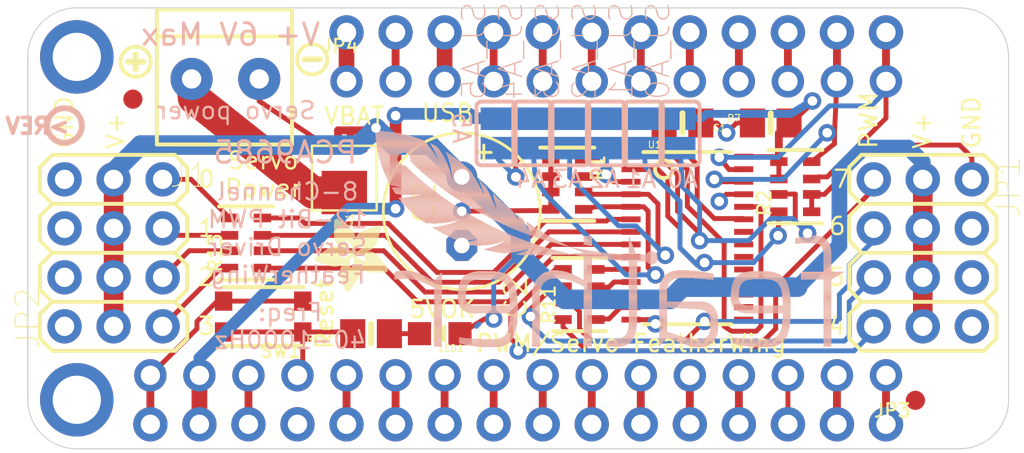
<source format=kicad_pcb>
(kicad_pcb (version 20211014) (generator pcbnew)
  (layers (0 "F.Cu" signal) (31 "B.Cu" signal) (34 "B.Paste" user) (35 "F.Paste" user) (36 "B.SilkS" user "B.Silkscreen") (37 "F.SilkS" user "F.Silkscreen") (38 "B.Mask" user) (39 "F.Mask" user) (44 "Edge.Cuts" user))
  (net 0 "")
  (net 1 "PWM0")
  (net 2 "PWM1")
  (net 3 "PWM2")
  (net 4 "PWM3")
  (net 5 "PWM4")
  (net 6 "PWM5")
  (net 7 "PWM6")
  (net 8 "PWM7")
  (net 9 "5.0V")
  (net 10 "GND")
  (net 11 "A0")
  (net 12 "A1")
  (net 13 "A2")
  (net 14 "A3")
  (net 15 "A4")
  (net 16 "A5")
  (net 17 "VCC")
  (net 18 "OE")
  (net 19 "SCL")
  (net 20 "SDA")
  (net 21 "PWRIN")
  (net 22 "N$1")
  (net 23 "N$2")
  (net 24 "N$3")
  (net 25 "N$4")
  (net 26 "N$5")
  (net 27 "N$6")
  (net 28 "N$7")
  (net 29 "N$8")
  (net 30 "N$9")
  (net 31 "N$10")
  (net 32 "N$11")
  (net 33 "N$12")
  (net 34 "N$13")
  (net 35 "N$14")
  (net 36 "N$15")
  (net 37 "N$16")
  (net 38 "N$17")
  (net 39 "N$18")
  (net 40 "N$19")
  (net 41 "N$20")
  (net 42 "N$21")
  (net 43 "N$22")
  (net 44 "VBAT")
  (net 45 "N$24")
  (net 46 "USB")
  (net 47 "N$25")
  (net 48 "N$26")
  (net 49 "N$27")
  (net 50 "N$28")
  (net 51 "N$29")
  (net 52 "N$30")
  (net 53 "N$31")
  (net 54 "N$32")
  (footprint "boardEagle:FEATHERWING" (layer "F.Cu") (at 123.1011 116.4336)
    (fp_text reference "MS1" hide)
    (fp_text value "FEATHERWING" hide)
    (fp_line (start 2.54 0) (end 48.26 0) (layer "Edge.Cuts") (width 0.05))
    (fp_line (start 50.8 -2.54) (end 50.8 -20.32) (layer "Edge.Cuts") (width 0.05))
    (fp_line (start 0 -20.32) (end 0 -2.54) (layer "Edge.Cuts") (width 0.05))
    (fp_line (start 48.26 -22.86) (end 2.54 -22.86) (layer "Edge.Cuts") (width 0.05))
    (fp_arc (start 2.54 0) (mid 0.743949 -0.743949) (end 0 -2.54) (layer "Edge.Cuts") (width 0.05))
    (fp_arc (start 50.8 -2.54) (mid 50.056051 -0.743949) (end 48.26 0) (layer "Edge.Cuts") (width 0.05))
    (fp_arc (start 48.26 -22.86) (mid 50.056051 -22.116051) (end 50.8 -20.32) (layer "Edge.Cuts") (width 0.05))
    (fp_arc (start 0 -20.32) (mid 0.743949 -22.116051) (end 2.54 -22.86) (layer "Edge.Cuts") (width 0.05))
  )
  (footprint "boardEagle:RESPACK_4X0603" (layer "F.Cu") (at 162.8521 102.8446 90)
    (fp_text reference "R2")
    (fp_text value "10K")
  )
  (footprint "boardEagle:TSSOP28" (layer "F.Cu") (at 157.2641 105.5116 -90)
    (fp_text reference "U1")
    (fp_text value "PCA9685")
  )
  (footprint "boardEagle:E3,5-8" (layer "F.Cu") (at 145.5801 104.1146 -90)
    (fp_text reference "C2")
    (fp_text value "")
  )
  (footprint "boardEagle:RESPACK_4X0603" (layer "F.Cu") (at 151.0411 102.7176 -90)
    (fp_text reference "R1")
    (fp_text value "10K")
  )
  (footprint "boardEagle:POWERDI3333" (layer "F.Cu") (at 139.4971 102.3986 -90)
    (fp_text reference "Q1")
    (fp_text value "AON7401")
  )
  (footprint "boardEagle:TERMBLOCK_1X2-3.5MM" (layer "F.Cu") (at 133.3881 97.2566 180)
    (fp_text reference "J1")
    (fp_text value "" hide)
  )
  (footprint "boardEagle:0805-NO" (layer "F.Cu") (at 140.8811 110.4646 180)
    (fp_text reference "R10")
    (fp_text value "470")
  )
  (footprint "boardEagle:0805-NO" (layer "F.Cu") (at 161.5821 99.5426 180)
    (fp_text reference "C1")
    (fp_text value "10uF")
  )
  (footprint "boardEagle:SYMBOL_PLUS" (layer "F.Cu") (at 128.6891 96.3676)
    (fp_text reference "U$11" hide)
    (fp_text value "" hide)
  )
  (footprint "boardEagle:FIDUCIAL_1MM" (layer "F.Cu") (at 128.5471 98.3046)
    (fp_text reference "FID1" hide)
    (fp_text value "FIDUCIAL\"\"" hide)
  )
  (footprint "boardEagle:RESPACK_4X0603" (layer "F.Cu") (at 134.4041 105.7656 90)
    (fp_text reference "R13")
    (fp_text value "220")
  )
  (footprint "boardEagle:3X04" (layer "F.Cu") (at 169.4561 106.2736 -90)
    (fp_text reference "JP1")
    (fp_text value "")
  )
  (footprint "boardEagle:CHIPLED_0805_NOOUTLINE" (layer "F.Cu") (at 144.4371 110.4646 90)
    (fp_text reference "LED1")
    (fp_text value "GREEN")
  )
  (footprint "boardEagle:ADAFRUIT_3.5MM" (layer "F.Cu") (at 141.7701 104.4956 180)
    (fp_text reference "U$14" hide)
    (fp_text value "" hide)
  )
  (footprint "boardEagle:SYMBOL_MINUS" (layer "F.Cu") (at 137.8331 96.2406)
    (fp_text reference "U$12" hide)
    (fp_text value "" hide)
  )
  (footprint "boardEagle:1X16_ROUND" (layer "F.Cu") (at 148.5011 112.6236 180)
    (fp_text reference "JP3")
    (fp_text value "")
  )
  (footprint "boardEagle:0805-NO" (layer "F.Cu") (at 157.0101 99.5426)
    (fp_text reference "R7")
    (fp_text value "10K")
  )
  (footprint "boardEagle:FIDUCIAL_1MM" (layer "F.Cu") (at 169.0741 113.9206)
    (fp_text reference "FID2" hide)
    (fp_text value "FIDUCIAL\"\"" hide)
  )
  (footprint "boardEagle:1X12_ROUND" (layer "F.Cu") (at 153.5811 97.3836)
    (fp_text reference "JP4")
    (fp_text value "")
  )
  (footprint "boardEagle:RESPACK_4X0603" (layer "F.Cu") (at 151.6761 108.4326 90)
    (fp_text reference "R11")
    (fp_text value "220")
  )
  (footprint "boardEagle:3X04" (layer "F.Cu") (at 127.5461 106.2736 90)
    (fp_text reference "JP2")
    (fp_text value "")
  )
  (footprint "boardEagle:BTN_KMR2_4.6X2.8" (layer "F.Cu") (at 135.2931 109.5756 180)
    (fp_text reference "SW1")
    (fp_text value "")
  )
  (footprint "boardEagle:SOLDERJUMPER_REFLOW_NOPASTE" (layer "B.Cu") (at 153.0731 100.0826 -90)
    (fp_text reference "SJ_A2")
    (fp_text value "")
  )
  (footprint "boardEagle:SOLDERJUMPER_REFLOW_NOPASTE" (layer "B.Cu") (at 149.2631 100.0826 -90)
    (fp_text reference "SJ_A4")
    (fp_text value "")
  )
  (footprint "boardEagle:SOLDERJUMPER_REFLOW_NOPASTE" (layer "B.Cu") (at 151.1681 100.0826 -90)
    (fp_text reference "SJ_A3")
    (fp_text value "")
  )
  (footprint "boardEagle:FEATHERLOGO" (layer "B.Cu") (at 165.3921 111.2266 180)
    (fp_text reference "U$15" hide)
    (fp_text value "" hide)
  )
  (footprint "boardEagle:SOLDERJUMPER_REFLOW_NOPASTE" (layer "B.Cu") (at 156.8831 100.0826 -90)
    (fp_text reference "SJ_A0")
    (fp_text value "")
  )
  (footprint "boardEagle:PCBFEAT-REV-040" (layer "B.Cu") (at 125.0061 99.6696 180)
    (fp_text reference "U$16" hide)
    (fp_text value "" hide)
  )
  (footprint "boardEagle:SOLDERJUMPER_REFLOW_NOPASTE" (layer "B.Cu") (at 154.9781 100.0826 -90)
    (fp_text reference "SJ_A1")
    (fp_text value "")
  )
  (footprint "boardEagle:SOLDERJUMPER_REFLOW_NOPASTE" (layer "B.Cu") (at 147.3581 100.0826 -90)
    (fp_text reference "SJ_A5")
    (fp_text value "")
  )
  (gr_line (start 171.3611 116.4336) (end 125.6411 116.4336) (layer "Edge.Cuts") (width 0.05))
  (gr_arc (start 123.1011 96.1136) (mid 123.845049 94.317549) (end 125.6411 93.5736) (layer "Edge.Cuts") (width 0.05))
  (gr_line (start 123.1011 113.8936) (end 123.1011 96.1136) (layer "Edge.Cuts") (width 0.05))
  (gr_arc (start 171.3611 93.5736) (mid 173.157151 94.317549) (end 173.9011 96.1136) (layer "Edge.Cuts") (width 0.05))
  (gr_line (start 125.6411 93.5736) (end 171.3611 93.5736) (layer "Edge.Cuts") (width 0.05))
  (gr_arc (start 125.6411 116.4336) (mid 123.845049 115.689651) (end 123.1011 113.8936) (layer "Edge.Cuts") (width 0.05))
  (gr_line (start 173.9011 96.1136) (end 173.9011 113.8936) (layer "Edge.Cuts") (width 0.05))
  (gr_arc (start 173.9011 113.8936) (mid 173.157151 115.689651) (end 171.3611 116.4336) (layer "Edge.Cuts") (width 0.05))
  (gr_text "A3" (at 151.9301 102.9716) (layer "B.SilkS") (effects (font (size 0.89408 0.89408) (thickness 0.12192)) (justify left bottom mirror)))
  (gr_text "A2" (at 153.8351 102.9716) (layer "B.SilkS") (effects (font (size 0.89408 0.89408) (thickness 0.12192)) (justify left bottom mirror)))
  (gr_text "Freq:\n40-1000Hz" (at 136.6901 110.0836) (layer "B.SilkS") (effects (font (size 0.89408 0.89408) (thickness 0.12192)) (justify mirror)))
  (gr_text "A0" (at 157.8991 102.9716) (layer "B.SilkS") (effects (font (size 0.89408 0.89408) (thickness 0.12192)) (justify left bottom mirror)))
  (gr_text "A1" (at 155.7401 102.9716) (layer "B.SilkS") (effects (font (size 0.89408 0.89408) (thickness 0.12192)) (justify left bottom mirror)))
  (gr_text "A4" (at 150.0251 102.9716) (layer "B.SilkS") (effects (font (size 0.89408 0.89408) (thickness 0.12192)) (justify left bottom mirror)))
  (gr_text "Servo power" (at 138.0871 99.4156) (layer "B.SilkS") (effects (font (size 0.89408 0.89408) (thickness 0.12192)) (justify left bottom mirror)))
  (gr_text "A5" (at 146.0881 98.9076 -90) (layer "B.SilkS") (effects (font (size 0.89408 0.89408) (thickness 0.12192)) (justify right top mirror)))
  (gr_text "PCA9685" (at 136.4361 101.0666) (layer "B.SilkS") (effects (font (size 1.1176 1.1176) (thickness 0.1524)) (justify mirror)))
  (gr_text "V+ 6V Max" (at 138.3411 95.6056) (layer "B.SilkS") (effects (font (size 1.1176 1.1176) (thickness 0.1524)) (justify left bottom mirror)))
  (gr_text "8-Channel\n12-Bit PWM\nServo Driver\nFeatherWing" (at 136.5631 105.2576) (layer "B.SilkS") (effects (font (size 0.89408 0.89408) (thickness 0.12192)) (justify mirror)))
  (gr_text "5VOK" (at 144.5641 109.1946) (layer "F.SilkS") (effects (font (size 0.88392 0.88392) (thickness 0.13208))))
  (gr_text "3" (at 131.8481 110.5916) (layer "F.SilkS") (effects (font (size 0.89408 0.89408) (thickness 0.12192)) (justify left bottom)))
  (gr_text "PWM/Servo FeatherWing" (at 146.2151 111.4806) (layer "F.SilkS") (effects (font (size 0.88392 0.88392) (thickness 0.13208)) (justify left bottom)))
  (gr_text "V+" (at 169.9641 100.9556 90) (layer "F.SilkS") (effects (font (size 0.89408 0.89408) (thickness 0.12192)) (justify left bottom)))
  (gr_text "5" (at 164.4871 108.0516) (layer "F.SilkS") (effects (font (size 0.89408 0.89408) (thickness 0.12192)) (justify left bottom)))
  (gr_text "Servo\nPower" (at 135.2931 102.2096) (layer "F.SilkS") (effects (font (size 0.89408 0.89408) (thickness 0.12192))))
  (gr_text "6" (at 165.5351 104.3686) (layer "F.SilkS") (effects (font (size 0.89408 0.89408) (thickness 0.12192)) (justify right top)))
  (gr_text "V+" (at 128.1811 100.9556 90) (layer "F.SilkS") (effects (font (size 0.89408 0.89408) (thickness 0.12192)) (justify left bottom)))
  (gr_text "1" (at 131.8481 105.5116) (layer "F.SilkS") (effects (font (size 0.89408 0.89408) (thickness 0.12192)) (justify left bottom)))
  (gr_text "USB" (at 143.4211 99.5426) (layer "F.SilkS") (effects (font (size 0.89408 0.89408) (thickness 0.12192)) (justify left bottom)))
  (gr_text "GND" (at 172.5041 100.9556 90) (layer "F.SilkS") (effects (font (size 0.89408 0.89408) (thickness 0.12192)) (justify left bottom)))
  (gr_text "Reset" (at 138.4681 109.4486 90) (layer "F.SilkS") (effects (font (size 0.88392 0.88392) (thickness 0.13208))))
  (gr_text "4" (at 164.4871 110.5916) (layer "F.SilkS") (effects (font (size 0.89408 0.89408) (thickness 0.12192)) (justify left bottom)))
  (gr_text "GND" (at 125.5141 100.9556 90) (layer "F.SilkS") (effects (font (size 0.89408 0.89408) (thickness 0.12192)) (justify left bottom)))
  (gr_text "PWM" (at 167.1701 100.9556 90) (layer "F.SilkS") (effects (font (size 0.89408 0.89408) (thickness 0.12192)) (justify left bottom)))
  (gr_text "2" (at 131.8481 108.0516) (layer "F.SilkS") (effects (font (size 0.89408 0.89408) (thickness 0.12192)) (justify left bottom)))
  (gr_text "7" (at 164.7411 102.9716) (layer "F.SilkS") (effects (font (size 0.89408 0.89408) (thickness 0.12192)) (justify left bottom)))
  (gr_text "0" (at 131.8481 102.9716) (layer "F.SilkS") (effects (font (size 0.89408 0.89408) (thickness 0.12192)) (justify left bottom)))
  (gr_text "C2" (at 144.3101 104.8766 90) (layer "F.SilkS") (effects (font (size 1.1176 1.1176) (thickness 0.1524)) (justify left bottom)))
  (gr_text "VBAT" (at 141.6431 98.6536) (layer "F.SilkS") (effects (font (size 0.89408 0.89408) (thickness 0.12192)) (justify right top)))
  (segment (start 135.2541 104.4656) (end 137.1681 104.4656) (width 0.254) (layer "F.Cu") (net 1))
  (segment (start 154.3463 104.5366) (end 153.1591 104.5366) (width 0.254) (layer "F.Cu") (net 1))
  (segment (start 137.4521 104.7496) (end 141.7701 104.7496) (width 0.254) (layer "F.Cu") (net 1))
  (segment (start 137.1681 104.4656) (end 137.4521 104.7496) (width 0.254) (layer "F.Cu") (net 1))
  (segment (start 153.0731 104.6226) (end 149.8981 104.6226) (width 0.254) (layer "F.Cu") (net 1))
  (segment (start 141.7701 104.7496) (end 144.3101 107.2896) (width 0.254) (layer "F.Cu") (net 1))
  (segment (start 149.8981 104.6226) (end 147.2311 107.2896) (width 0.254) (layer "F.Cu") (net 1))
  (segment (start 153.1591 104.5366) (end 153.0731 104.6226) (width 0.254) (layer "F.Cu") (net 1))
  (segment (start 144.3101 107.2896) (end 147.2311 107.2896) (width 0.254) (layer "F.Cu") (net 1))
  (segment (start 154.3463 105.1866) (end 150.0961 105.1866) (width 0.254) (layer "F.Cu") (net 2))
  (segment (start 150.0961 105.1866) (end 147.4851 107.7976) (width 0.254) (layer "F.Cu") (net 2))
  (segment (start 135.2541 105.3656) (end 141.6241 105.3656) (width 0.254) (layer "F.Cu") (net 2))
  (segment (start 141.6241 105.3656) (end 144.0561 107.7976) (width 0.254) (layer "F.Cu") (net 2))
  (segment (start 144.0561 107.7976) (end 147.4851 107.7976) (width 0.254) (layer "F.Cu") (net 2))
  (segment (start 141.5351 106.1656) (end 143.6751 108.3056) (width 0.254) (layer "F.Cu") (net 3))
  (segment (start 154.3463 105.8366) (end 150.2081 105.8366) (width 0.254) (layer "F.Cu") (net 3))
  (segment (start 143.6751 108.3056) (end 147.7391 108.3056) (width 0.254) (layer "F.Cu") (net 3))
  (segment (start 150.2081 105.8366) (end 147.7391 108.3056) (width 0.254) (layer "F.Cu") (net 3))
  (segment (start 135.2541 106.1656) (end 141.5351 106.1656) (width 0.254) (layer "F.Cu") (net 3))
  (segment (start 150.3201 106.4866) (end 147.9931 108.8136) (width 0.254) (layer "F.Cu") (net 4))
  (segment (start 141.5461 107.0656) (end 143.2941 108.8136) (width 0.254) (layer "F.Cu") (net 4))
  (segment (start 154.3463 106.4866) (end 150.3201 106.4866) (width 0.254) (layer "F.Cu") (net 4))
  (segment (start 135.2541 107.0656) (end 141.5461 107.0656) (width 0.254) (layer "F.Cu") (net 4))
  (segment (start 143.2941 108.8136) (end 147.9931 108.8136) (width 0.254) (layer "F.Cu") (net 4))
  (segment (start 154.3463 107.1366) (end 154.3423 107.1326) (width 0.254) (layer "F.Cu") (net 5))
  (segment (start 154.3423 107.1326) (end 152.5261 107.1326) (width 0.254) (layer "F.Cu") (net 5))
  (segment (start 154.3463 107.7866) (end 153.4651 107.7866) (width 0.254) (layer "F.Cu") (net 6))
  (segment (start 153.4651 107.7866) (end 153.2001 108.0516) (width 0.254) (layer "F.Cu") (net 6))
  (segment (start 152.5451 108.0516) (end 152.5261 108.0326) (width 0.254) (layer "F.Cu") (net 6))
  (segment (start 153.2001 108.0516) (end 152.5451 108.0516) (width 0.254) (layer "F.Cu") (net 6))
  (segment (start 154.3463 108.4366) (end 153.7041 108.4366) (width 0.254) (layer "F.Cu") (net 7))
  (segment (start 153.7041 108.4366) (end 153.3271 108.8136) (width 0.254) (layer "F.Cu") (net 7))
  (segment (start 152.5451 108.8136) (end 152.5261 108.8326) (width 0.254) (layer "F.Cu") (net 7))
  (segment (start 153.3271 108.8136) (end 152.5451 108.8136) (width 0.254) (layer "F.Cu") (net 7))
  (segment (start 154.3463 109.0866) (end 153.8161 109.0866) (width 0.254) (layer "F.Cu") (net 8))
  (segment (start 153.2001 109.7026) (end 152.5561 109.7026) (width 0.254) (layer "F.Cu") (net 8))
  (segment (start 152.5561 109.7026) (end 152.5261 109.7326) (width 0.254) (layer "F.Cu") (net 8))
  (segment (start 153.8161 109.0866) (end 153.2001 109.7026) (width 0.254) (layer "F.Cu") (net 8))
  (segment (start 139.1721 99.9236) (end 139.8221 99.9236) (width 0.4064) (layer "F.Cu") (net 9))
  (segment (start 169.4561 105.0036) (end 169.4561 107.5436) (width 1.016) (layer "F.Cu") (net 9))
  (segment (start 140.8811 99.9236) (end 141.1351 99.7966) (width 0.4064) (layer "F.Cu") (net 9))
  (segment (start 140.4721 99.9236) (end 140.4721 100.6986) (width 0.4064) (layer "F.Cu") (net 9))
  (segment (start 139.8221 99.9236) (end 140.4721 99.9236) (width 0.4064) (layer "F.Cu") (net 9))
  (segment (start 127.5461 107.5436) (end 127.5461 110.0836) (width 1.016) (layer "F.Cu") (net 9))
  (segment (start 169.4561 107.5436) (end 169.4561 110.0836) (width 1.016) (layer "F.Cu") (net 9))
  (segment (start 147.2311 109.7026) (end 146.7571 109.7026) (width 0.254) (layer "F.Cu") (net 9))
  (segment (start 146.7571 109.7026) (end 145.4871 110.4646) (width 0.254) (layer "F.Cu") (net 9))
  (segment (start 127.5461 102.4636) (end 127.5461 105.0036) (width 1.016) (layer "F.Cu") (net 9))
  (segment (start 169.4561 102.4636) (end 169.4561 105.0036) (width 1.016) (layer "F.Cu") (net 9))
  (segment (start 140.4721 99.9236) (end 140.8811 99.9236) (width 0.4064) (layer "F.Cu") (net 9))
  (segment (start 139.8221 100.6986) (end 139.8221 99.9236) (width 0.4064) (layer "F.Cu") (net 9))
  (segment (start 139.1721 100.6986) (end 139.1721 99.9236) (width 0.4064) (layer "F.Cu") (net 9))
  (segment (start 127.5461 105.0036) (end 127.5461 107.5436) (width 1.016) (layer "F.Cu") (net 9))
  (via (at 141.1351 99.7966) (size 0.9064) (drill 0.5) (layers "F.Cu" "B.Cu") (net 9))
  (via (at 147.2311 109.7026) (size 0.9064) (drill 0.5) (layers "F.Cu" "B.Cu") (net 9))
  (segment (start 145.5801 102.3366) (end 146.4691 103.0986) (width 1.016) (layer "B.Cu") (net 9))
  (segment (start 156.3751 108.6866) (end 157.0101 108.0516) (width 1.016) (layer "B.Cu") (net 9))
  (segment (start 165.1381 105.8926) (end 165.1381 102.0826) (width 0.8128) (layer "B.Cu") (net 9))
  (segment (start 145.8341 102.3366) (end 145.5801 102.3366) (width 0.254) (layer "B.Cu") (net 9))
  (segment (start 127.5461 102.4636) (end 127.5461 102.0826) (width 0.8128) (layer "B.Cu") (net 9))
  (segment (start 150.9141 108.6866) (end 156.3751 108.6866) (width 1.016) (layer "B.Cu") (net 9))
  (segment (start 128.9431 100.6856) (end 140.2461 100.6856) (width 1.016) (layer "B.Cu") (net 9))
  (segment (start 166.4081 100.8126) (end 168.6941 100.8126) (width 0.8128) (layer "B.Cu") (net 9))
  (segment (start 127.5461 102.0826) (end 128.9431 100.6856) (width 1.016) (layer "B.Cu") (net 9))
  (segment (start 165.1381 102.0826) (end 166.4081 100.8126) (width 0.8128) (layer "B.Cu") (net 9))
  (segment (start 168.6941 100.8126) (end 169.4561 101.5746) (width 0.8128) (layer "B.Cu") (net 9))
  (segment (start 148.6281 106.2736) (end 148.6281 106.4006) (width 1.016) (layer "B.Cu") (net 9))
  (segment (start 143.9291 100.6856) (end 145.5801 102.3366) (width 1.016) (layer "B.Cu") (net 9))
  (segment (start 148.6281 106.4006) (end 150.9141 108.6866) (width 1.016) (layer "B.Cu") (net 9))
  (segment (start 148.6281 105.2576) (end 148.6281 106.2736) (width 1.016) (layer "B.Cu") (net 9))
  (segment (start 147.2311 109.7026) (end 147.2311 107.6706) (width 0.254) (layer "B.Cu") (net 9))
  (segment (start 147.2311 107.6706) (end 148.6281 106.2736) (width 0.254) (layer "B.Cu") (net 9))
  (segment (start 142.0241 100.6856) (end 143.9291 100.6856) (width 1.016) (layer "B.Cu") (net 9))
  (segment (start 141.1351 99.7966) (end 142.0241 100.6856) (width 1.016) (layer "B.Cu") (net 9))
  (segment (start 146.4691 103.0986) (end 148.6281 105.2576) (width 1.016) (layer "B.Cu") (net 9))
  (segment (start 157.0101 108.0516) (end 162.9791 108.0516) (width 1.016) (layer "B.Cu") (net 9))
  (segment (start 162.9791 108.0516) (end 165.1381 105.8926) (width 0.8128) (layer "B.Cu") (net 9))
  (segment (start 169.4561 101.5746) (end 169.4561 102.4636) (width 0.8128) (layer "B.Cu") (net 9))
  (segment (start 140.2461 100.6856) (end 141.1351 99.7966) (width 1.016) (layer "B.Cu") (net 9))
  (segment (start 150.1911 104.0756) (end 150.1911 104.0176) (width 0.254) (layer "F.Cu") (net 10))
  (segment (start 158.7881 99.5426) (end 159.2961 100.0506) (width 0.254) (layer "F.Cu") (net 10))
  (segment (start 154.3463 109.7366) (end 155.4521 109.7366) (width 0.254) (layer "F.Cu") (net 10))
  (segment (start 163.7021 103.2446) (end 163.7021 104.1446) (width 0.254) (layer "F.Cu") (net 10))
  (segment (start 159.2961 100.0506) (end 159.8041 99.5426) (width 0.254) (layer "F.Cu") (net 10))
  (segment (start 133.2431 110.3756) (end 137.3431 110.3756) (width 0.254) (layer "F.Cu") (net 10))
  (segment (start 157.9601 99.5426) (end 158.7881 99.5426) (width 0.254) (layer "F.Cu") (net 10))
  (segment (start 150.1911 102.3176) (end 150.1911 103.1176) (width 0.254) (layer "F.Cu") (net 10))
  (segment (start 159.8041 99.5426) (end 160.6321 99.5426) (width 0.254) (layer "F.Cu") (net 10))
  (segment (start 160.1819 103.2366) (end 159.2851 103.2366) (width 0.254) (layer "F.Cu") (net 10))
  (segment (start 150.1911 101.4176) (end 150.1911 102.3176) (width 0.254) (layer "F.Cu") (net 10))
  (segment (start 159.2851 103.2366) (end 158.9151 103.6066) (width 0.254) (layer "F.Cu") (net 10))
  (segment (start 137.3431 112.3516) (end 137.0711 112.6236) (width 0.254) (layer "F.Cu") (net 10))
  (segment (start 150.1911 101.4176) (end 150.1911 103.1176) (width 0.254) (layer "F.Cu") (net 10))
  (segment (start 164.3571 103.2446) (end 166.9161 100.6856) (width 0.254) (layer "F.Cu") (net 10))
  (segment (start 155.4521 109.7366) (end 155.6131 109.9566) (width 0.254) (layer "F.Cu") (net 10))
  (segment (start 163.7021 103.2446) (end 164.3571 103.2446) (width 0.254) (layer "F.Cu") (net 10))
  (segment (start 140.0201 110.3756) (end 139.9311 110.4646) (width 0.254) (layer "F.Cu") (net 10))
  (segment (start 138.5221 100.6986) (end 135.0881 98.4076) (width 0.254) (layer "F.Cu") (net 10))
  (segment (start 150.1911 104.0756) (end 145.5801 104.1146) (width 0.254) (layer "F.Cu") (net 10))
  (segment (start 137.3431 110.3756) (end 137.3431 112.3516) (width 0.254) (layer "F.Cu") (net 10))
  (segment (start 171.9961 101.3206) (end 171.9961 102.4636) (width 0.254) (layer "F.Cu") (net 10))
  (segment (start 135.0881 98.4076) (end 135.0881 97.2566) (width 0.254) (layer "F.Cu") (net 10))
  (segment (start 166.9161 100.6856) (end 171.3611 100.6856) (width 0.254) (layer "F.Cu") (net 10))
  (segment (start 150.1911 103.1176) (end 150.1911 104.0176) (width 0.254) (layer "F.Cu") (net 10))
  (segment (start 171.3611 100.6856) (end 171.9961 101.3206) (width 0.254) (layer "F.Cu") (net 10))
  (segment (start 137.3431 110.3756) (end 140.0201 110.3756) (width 0.254) (layer "F.Cu") (net 10))
  (via (at 145.5801 104.1146) (size 0.9064) (drill 0.5) (layers "F.Cu" "B.Cu") (net 10))
  (via (at 159.2961 100.0506) (size 0.9064) (drill 0.5) (layers "F.Cu" "B.Cu") (net 10))
  (via (at 155.6131 109.9566) (size 0.9064) (drill 0.5) (layers "F.Cu" "B.Cu") (net 10))
  (via (at 158.9151 103.6066) (size 0.9064) (drill 0.5) (layers "F.Cu" "B.Cu") (net 10))
  (segment (start 158.9151 103.6066) (end 158.9151 103.3526) (width 0.254) (layer "B.Cu") (net 10))
  (segment (start 145.5801 104.1146) (end 145.7071 104.1146) (width 0.254) (layer "B.Cu") (net 10))
  (segment (start 146.3421 110.0836) (end 146.4691 109.9566) (width 0.254) (layer "B.Cu") (net 10))
  (segment (start 163.4871 105.2576) (end 162.8521 104.6226) (width 0.254) (layer "F.Cu") (net 11))
  (segment (start 157.8991 105.2576) (end 157.8991 105.6386) (width 0.254) (layer "F.Cu") (net 11))
  (segment (start 154.3463 101.2866) (end 155.8331 101.2866) (width 0.254) (layer "F.Cu") (net 11))
  (segment (start 156.7561 104.1146) (end 157.8991 105.2576) (width 0.254) (layer "F.Cu") (net 11))
  (segment (start 162.8521 103.2256) (end 162.3641 103.2256) (width 0.254) (layer "F.Cu") (net 11))
  (segment (start 155.8331 101.2866) (end 156.7561 102.2096) (width 0.254) (layer "F.Cu") (net 11))
  (segment (start 156.7561 102.2096) (end 156.7561 104.1146) (width 0.254) (layer "F.Cu") (net 11))
  (segment (start 162.8521 104.6226) (end 162.8521 103.2256) (width 0.254) (layer "F.Cu") (net 11))
  (segment (start 162.3641 103.2256) (end 162.0021 103.2446) (width 0.254) (layer "F.Cu") (net 11))
  (via (at 157.8991 105.6386) (size 0.9064) (drill 0.5) (layers "F.Cu" "B.Cu") (net 11))
  (via (at 163.4871 105.2576) (size 0.9064) (drill 0.5) (layers "F.Cu" "B.Cu") (net 11))
  (segment (start 162.7251 104.4956) (end 163.4871 105.2576) (width 0.254) (layer "B.Cu") (net 11))
  (segment (start 156.8831 100.8446) (end 157.0101 102.8446) (width 0.254) (layer "B.Cu") (net 11))
  (segment (start 161.5821 104.4956) (end 162.7251 104.4956) (width 0.254) (layer "B.Cu") (net 11))
  (segment (start 157.0101 102.8446) (end 157.8991 103.7336) (width 0.254) (layer "B.Cu") (net 11))
  (segment (start 157.8991 105.6386) (end 160.4391 105.6386) (width 0.254) (layer "B.Cu") (net 11))
  (segment (start 160.4391 105.6386) (end 161.5821 104.4956) (width 0.254) (layer "B.Cu") (net 11))
  (segment (start 157.8991 103.7336) (end 157.8991 105.6386) (width 0.254) (layer "B.Cu") (net 11))
  (segment (start 154.3653 101.9556) (end 154.3463 101.9366) (width 0.254) (layer "F.Cu") (net 12))
  (segment (start 157.6451 106.7816) (end 156.8831 106.0196) (width 0.254) (layer "F.Cu") (net 12))
  (segment (start 155.7401 101.9556) (end 154.3653 101.9556) (width 0.254) (layer "F.Cu") (net 12))
  (segment (start 156.8831 106.0196) (end 156.8831 105.0036) (width 0.254) (layer "F.Cu") (net 12))
  (segment (start 162.0021 104.1446) (end 162.0021 104.3296) (width 0.254) (layer "F.Cu") (net 12))
  (segment (start 156.2481 102.4636) (end 155.7401 101.9556) (width 0.254) (layer "F.Cu") (net 12))
  (segment (start 156.8831 105.0036) (end 156.2481 104.3686) (width 0.254) (layer "F.Cu") (net 12))
  (segment (start 158.1531 106.7816) (end 157.6451 106.7816) (width 0.254) (layer "F.Cu") (net 12))
  (segment (start 156.2481 104.3686) (end 156.2481 102.4636) (width 0.254) (layer "F.Cu") (net 12))
  (segment (start 162.0021 104.3296) (end 161.9631 105.3846) (width 0.254) (layer "F.Cu") (net 12))
  (via (at 158.1531 106.7816) (size 0.9064) (drill 0.5) (layers "F.Cu" "B.Cu") (net 12))
  (via (at 161.9631 105.3846) (size 0.9064) (drill 0.5) (layers "F.Cu" "B.Cu") (net 12))
  (segment (start 158.1531 106.7816) (end 157.7721 106.9086) (width 0.254) (layer "B.Cu") (net 12))
  (segment (start 160.6931 106.7816) (end 158.1531 106.7816) (width 0.254) (layer "B.Cu") (net 12))
  (segment (start 155.1051 101.8286) (end 154.9781 100.8446) (width 0.254) (layer "B.Cu") (net 12))
  (segment (start 156.8831 103.6066) (end 155.1051 101.8286) (width 0.254) (layer "B.Cu") (net 12))
  (segment (start 161.9631 105.3846) (end 160.6931 106.7816) (width 0.254) (layer "B.Cu") (net 12))
  (segment (start 157.7721 106.9086) (end 156.8831 106.0196) (width 0.254) (layer "B.Cu") (net 12))
  (segment (start 156.8831 106.0196) (end 156.8831 103.6066) (width 0.254) (layer "B.Cu") (net 12))
  (segment (start 153.2001 102.3366) (end 153.0731 102.2096) (width 0.254) (layer "F.Cu") (net 13))
  (segment (start 154.3463 102.5866) (end 153.4501 102.5866) (width 0.254) (layer "F.Cu") (net 13))
  (segment (start 153.2001 102.3366) (end 152.4181 102.3366) (width 0.254) (layer "F.Cu") (net 13))
  (segment (start 153.4501 102.5866) (end 153.2001 102.3366) (width 0.254) (layer "F.Cu") (net 13))
  (segment (start 152.4181 102.3366) (end 151.8911 102.3176) (width 0.254) (layer "F.Cu") (net 13))
  (via (at 153.0731 102.2096) (size 0.9064) (drill 0.5) (layers "F.Cu" "B.Cu") (net 13))
  (segment (start 153.0731 102.2096) (end 153.0731 100.8446) (width 0.254) (layer "B.Cu") (net 13))
  (segment (start 155.2431 103.2366) (end 155.7401 103.7336) (width 0.254) (layer "F.Cu") (net 14))
  (segment (start 152.3991 103.2366) (end 151.8911 103.1176) (width 0.254) (layer "F.Cu") (net 14))
  (segment (start 154.3463 103.2366) (end 155.2431 103.2366) (width 0.254) (layer "F.Cu") (net 14))
  (segment (start 154.3463 103.2366) (end 152.3991 103.2366) (width 0.254) (layer "F.Cu") (net 14))
  (segment (start 155.7401 106.0196) (end 156.1211 106.4006) (width 0.254) (layer "F.Cu") (net 14))
  (segment (start 155.7401 103.7336) (end 155.7401 106.0196) (width 0.254) (layer "F.Cu") (net 14))
  (via (at 156.1211 106.4006) (size 0.9064) (drill 0.5) (layers "F.Cu" "B.Cu") (net 14))
  (segment (start 151.1681 102.3366) (end 153.7081 104.8766) (width 0.254) (layer "B.Cu") (net 14))
  (segment (start 153.7081 104.8766) (end 154.5971 104.8766) (width 0.254) (layer "B.Cu") (net 14))
  (segment (start 154.5971 104.8766) (end 156.1211 106.4006) (width 0.254) (layer "B.Cu") (net 14))
  (segment (start 151.1681 100.8446) (end 151.1681 102.3366) (width 0.254) (layer "B.Cu") (net 14))
  (segment (start 154.3463 103.8866) (end 155.0041 103.8866) (width 0.254) (layer "F.Cu") (net 15))
  (segment (start 152.5301 103.8866) (end 154.3463 103.8866) (width 0.254) (layer "F.Cu") (net 15))
  (segment (start 151.8911 104.0176) (end 152.5301 103.8866) (width 0.254) (layer "F.Cu") (net 15))
  (segment (start 155.2321 104.1146) (end 155.2321 107.0356) (width 0.254) (layer "F.Cu") (net 15))
  (segment (start 155.0041 103.8866) (end 155.2321 104.1146) (width 0.254) (layer "F.Cu") (net 15))
  (segment (start 155.2321 107.0356) (end 155.6131 107.4166) (width 0.254) (layer "F.Cu") (net 15))
  (via (at 155.6131 107.4166) (size 0.9064) (drill 0.5) (layers "F.Cu" "B.Cu") (net 15))
  (segment (start 154.0891 107.4166) (end 155.6131 107.4166) (width 0.254) (layer "B.Cu") (net 15))
  (segment (start 150.0251 103.3526) (end 154.0891 107.4166) (width 0.254) (layer "B.Cu") (net 15))
  (segment (start 149.3901 102.4636) (end 149.2631 100.8446) (width 0.254) (layer "B.Cu") (net 15))
  (segment (start 150.0251 103.3526) (end 149.3901 102.4636) (width 0.254) (layer "B.Cu") (net 15))
  (segment (start 159.1691 110.0836) (end 159.1691 105.7656) (width 0.254) (layer "F.Cu") (net 16))
  (segment (start 160.9731 103.8866) (end 161.0741 104.1146) (width 0.254) (layer "F.Cu") (net 16))
  (segment (start 160.8201 110.3376) (end 159.5501 110.3376) (width 0.254) (layer "F.Cu") (net 16))
  (segment (start 153.0731 100.6856) (end 152.5951 101.4176) (width 0.254) (layer "F.Cu") (net 16))
  (segment (start 159.5501 110.3376) (end 159.1691 110.0836) (width 0.254) (layer "F.Cu") (net 16))
  (segment (start 157.2641 103.8606) (end 157.2641 101.9556) (width 0.254) (layer "F.Cu") (net 16))
  (segment (start 152.5951 101.4176) (end 151.8911 101.4176) (width 0.254) (layer "F.Cu") (net 16))
  (segment (start 148.3741 101.5746) (end 148.3741 102.3366) (width 0.254) (layer "F.Cu") (net 16))
  (segment (start 155.9941 100.6856) (end 153.0731 100.6856) (width 0.254) (layer "F.Cu") (net 16))
  (segment (start 161.0741 104.1146) (end 161.0741 110.0836) (width 0.254) (layer "F.Cu") (net 16))
  (segment (start 157.2641 101.9556) (end 155.9941 100.6856) (width 0.254) (layer "F.Cu") (net 16))
  (segment (start 159.1691 105.7656) (end 157.2641 103.8606) (width 0.254) (layer "F.Cu") (net 16))
  (segment (start 161.0741 110.0836) (end 160.8201 110.3376) (width 0.254) (layer "F.Cu") (net 16))
  (segment (start 151.1591 100.6856) (end 149.2631 100.6856) (width 0.254) (layer "F.Cu") (net 16))
  (segment (start 149.2631 100.6856) (end 148.3741 101.5746) (width 0.254) (layer "F.Cu") (net 16))
  (segment (start 151.8911 101.4176) (end 151.1591 100.6856) (width 0.254) (layer "F.Cu") (net 16))
  (segment (start 160.1819 103.8866) (end 160.9731 103.8866) (width 0.254) (layer "F.Cu") (net 16))
  (via (at 148.3741 102.3366) (size 0.9064) (drill 0.5) (layers "F.Cu" "B.Cu") (net 16))
  (segment (start 147.4851 101.4476) (end 147.3581 100.8446) (width 0.254) (layer "B.Cu") (net 16))
  (segment (start 148.3741 102.3366) (end 147.4851 101.4476) (width 0.254) (layer "B.Cu") (net 16))
  (segment (start 142.1511 103.9876) (end 142.1511 99.1616) (width 0.6096) (layer "F.Cu") (net 17))
  (segment (start 162.5321 99.5426) (end 163.7411 98.3996) (width 0.4064) (layer "F.Cu") (net 17))
  (segment (start 161.9981 101.2866) (end 162.0021 101.5446) (width 0.254) (layer "F.Cu") (net 17))
  (segment (start 162.5321 99.5426) (end 162.0021 100.0726) (width 0.4064) (layer "F.Cu") (net 17))
  (segment (start 160.1819 101.2866) (end 161.9981 101.2866) (width 0.254) (layer "F.Cu") (net 17))
  (segment (start 131.9911 115.1636) (end 131.9911 112.6236) (width 0.8128) (layer "F.Cu") (net 17))
  (segment (start 162.0021 100.0726) (end 162.0021 101.5446) (width 0.4064) (layer "F.Cu") (net 17))
  (segment (start 162.0021 101.5446) (end 162.0021 102.4446) (width 0.254) (layer "F.Cu") (net 17))
  (via (at 142.1511 99.1616) (size 0.9064) (drill 0.5) (layers "F.Cu" "B.Cu") (net 17))
  (via (at 163.7411 98.3996) (size 0.9064) (drill 0.5) (layers "F.Cu" "B.Cu") (net 17))
  (via (at 142.1511 103.9876) (size 0.9064) (drill 0.5) (layers "F.Cu" "B.Cu") (net 17))
  (segment (start 145.9931 99.0666) (end 146.2151 99.2886) (width 0.6096) (layer "B.Cu") (net 17))
  (segment (start 139.7381 103.9876) (end 142.1511 103.9876) (width 0.6096) (layer "B.Cu") (net 17))
  (segment (start 158.0261 99.2886) (end 156.8831 99.3206) (width 0.4064) (layer "B.Cu") (net 17))
  (segment (start 153.0731 99.3206) (end 154.9781 99.3206) (width 0.6096) (layer "B.Cu") (net 17))
  (segment (start 149.2631 99.3206) (end 151.1681 99.3206) (width 0.6096) (layer "B.Cu") (net 17))
  (segment (start 142.1511 99.1616) (end 142.1191 99.0666) (width 0.4064) (layer "B.Cu") (net 17))
  (segment (start 147.3581 99.3206) (end 149.2631 99.3206) (width 0.6096) (layer "B.Cu") (net 17))
  (segment (start 162.6301 99.0666) (end 158.2481 99.0666) (width 0.4064) (layer "B.Cu") (net 17))
  (segment (start 131.9911 112.6236) (end 131.9911 111.7346) (width 0.6096) (layer "B.Cu") (net 17))
  (segment (start 142.1191 99.0666) (end 145.9931 99.0666) (width 0.6096) (layer "B.Cu") (net 17))
  (segment (start 163.7411 98.3996) (end 162.6301 99.0666) (width 0.4064) (layer "B.Cu") (net 17))
  (segment (start 151.1681 99.3206) (end 153.0731 99.3206) (width 0.6096) (layer "B.Cu") (net 17))
  (segment (start 146.2151 99.2886) (end 147.3581 99.3206) (width 0.6096) (layer "B.Cu") (net 17))
  (segment (start 156.8831 99.3206) (end 154.9781 99.3206) (width 0.6096) (layer "B.Cu") (net 17))
  (segment (start 131.9911 111.7346) (end 139.7381 103.9876) (width 0.6096) (layer "B.Cu") (net 17))
  (segment (start 158.2481 99.0666) (end 158.0261 99.2886) (width 0.4064) (layer "B.Cu") (net 17))
  (segment (start 156.0601 99.5426) (end 156.0601 99.9896) (width 0.254) (layer "F.Cu") (net 18))
  (segment (start 160.1409 104.4956) (end 160.1819 104.5366) (width 0.254) (layer "F.Cu") (net 18))
  (segment (start 156.0601 99.9896) (end 157.7721 101.7016) (width 0.254) (layer "F.Cu") (net 18))
  (segment (start 157.7721 101.7016) (end 157.7721 103.6066) (width 0.254) (layer "F.Cu") (net 18))
  (segment (start 157.7721 103.6066) (end 158.6611 104.4956) (width 0.254) (layer "F.Cu") (net 18))
  (segment (start 158.6611 104.4956) (end 160.1409 104.4956) (width 0.254) (layer "F.Cu") (net 18))
  (segment (start 160.1819 102.5866) (end 159.3001 102.5866) (width 0.254) (layer "F.Cu") (net 19))
  (segment (start 158.7881 102.5906) (end 158.6611 102.4636) (width 0.254) (layer "F.Cu") (net 19))
  (segment (start 165.0111 97.3836) (end 164.8841 100.0506) (width 0.254) (layer "F.Cu") (net 19))
  (segment (start 164.8841 100.6166) (end 163.7021 101.5446) (width 0.254) (layer "F.Cu") (net 19))
  (segment (start 159.3001 102.5866) (end 158.7881 102.5906) (width 0.254) (layer "F.Cu") (net 19))
  (segment (start 164.5031 100.0506) (end 164.8841 100.0506) (width 0.254) (layer "F.Cu") (net 19))
  (segment (start 165.0111 97.3836) (end 165.0111 94.8436) (width 0.4064) (layer "F.Cu") (net 19))
  (segment (start 164.8841 100.0506) (end 164.8841 100.6166) (width 0.254) (layer "F.Cu") (net 19))
  (via (at 158.6611 102.4636) (size 0.9064) (drill 0.5) (layers "F.Cu" "B.Cu") (net 19))
  (via (at 164.5031 100.0506) (size 0.9064) (drill 0.5) (layers "F.Cu" "B.Cu") (net 19))
  (segment (start 158.6611 102.4636) (end 162.2171 102.4636) (width 0.254) (layer "B.Cu") (net 19))
  (segment (start 165.0111 96.6216) (end 165.0111 97.3836) (width 0.254) (layer "B.Cu") (net 19))
  (segment (start 162.2171 102.4636) (end 164.5031 100.0506) (width 0.254) (layer "B.Cu") (net 19))
  (segment (start 167.5511 97.3836) (end 167.5511 94.8436) (width 0.4064) (layer "F.Cu") (net 20))
  (segment (start 159.4231 101.9556) (end 158.9151 101.3206) (width 0.254) (layer "F.Cu") (net 20))
  (segment (start 160.1819 101.9556) (end 159.4231 101.9556) (width 0.254) (layer "F.Cu") (net 20))
  (segment (start 167.5511 97.3836) (end 167.5511 99.2886) (width 0.254) (layer "F.Cu") (net 20))
  (segment (start 167.5511 99.2886) (end 164.5031 102.3366) (width 0.254) (layer "F.Cu") (net 20))
  (segment (start 164.5031 102.3366) (end 164.0641 102.3366) (width 0.254) (layer "F.Cu") (net 20))
  (segment (start 160.1819 101.9366) (end 160.1819 101.9556) (width 0.254) (layer "F.Cu") (net 20))
  (segment (start 164.0641 102.3366) (end 163.7021 102.4446) (width 0.254) (layer "F.Cu") (net 20))
  (via (at 158.9151 101.3206) (size 0.9064) (drill 0.5) (layers "F.Cu" "B.Cu") (net 20))
  (segment (start 167.5511 97.8916) (end 166.7891 98.6536) (width 0.254) (layer "B.Cu") (net 20))
  (segment (start 164.6301 98.6536) (end 161.9631 101.3206) (width 0.254) (layer "B.Cu") (net 20))
  (segment (start 166.7891 98.6536) (end 164.6301 98.6536) (width 0.254) (layer "B.Cu") (net 20))
  (segment (start 167.5511 97.8916) (end 167.5511 97.3836) (width 0.254) (layer "B.Cu") (net 20))
  (segment (start 161.9631 101.3206) (end 158.9151 101.3206) (width 0.254) (layer "B.Cu") (net 20))
  (segment (start 131.5881 97.2566) (end 131.7151 98.2506) (width 1.6764) (layer "F.Cu") (net 21))
  (segment (start 131.7151 98.2506) (end 137.8831 103.1486) (width 1.6764) (layer "F.Cu") (net 21))
  (segment (start 137.8831 103.1486) (end 139.4971 103.1486) (width 1.6764) (layer "F.Cu") (net 21))
  (segment (start 143.3871 110.4646) (end 141.8311 110.4646) (width 0.254) (layer "F.Cu") (net 22))
  (segment (start 152.3111 110.8456) (end 151.6761 110.2106) (width 0.254) (layer "F.Cu") (net 23))
  (segment (start 158.1531 109.8296) (end 157.1371 110.8456) (width 0.254) (layer "F.Cu") (net 23))
  (segment (start 157.1371 110.8456) (end 152.3111 110.8456) (width 0.254) (layer "F.Cu") (net 23))
  (segment (start 151.6761 110.2106) (end 151.6761 109.3216) (width 0.254) (layer "F.Cu") (net 23))
  (segment (start 151.1871 108.8326) (end 150.8261 108.8326) (width 0.254) (layer "F.Cu") (net 23))
  (segment (start 151.6761 109.3216) (end 151.1871 108.8326) (width 0.254) (layer "F.Cu") (net 23))
  (via (at 158.1531 109.8296) (size 0.9064) (drill 0.5) (layers "F.Cu" "B.Cu") (net 23))
  (segment (start 165.6461 107.9246) (end 165.1381 108.4326) (width 0.254) (layer "B.Cu") (net 23))
  (segment (start 165.1381 109.7026) (end 165.0111 109.8296) (width 0.254) (layer "B.Cu") (net 23))
  (segment (start 165.0111 109.8296) (end 158.1531 109.8296) (width 0.254) (layer "B.Cu") (net 23))
  (segment (start 165.6461 106.9086) (end 166.9161 105.6386) (width 0.254) (layer "B.Cu") (net 23))
  (segment (start 165.6461 107.9246) (end 165.6461 106.9086) (width 0.254) (layer "B.Cu") (net 23))
  (segment (start 166.9161 105.6386) (end 166.9161 105.0036) (width 0.254) (layer "B.Cu") (net 23))
  (segment (start 165.1381 108.4326) (end 165.1381 109.7026) (width 0.254) (layer "B.Cu") (net 23))
  (segment (start 150.8261 110.1226) (end 152.0571 111.3536) (width 0.254) (layer "F.Cu") (net 24))
  (segment (start 160.6931 111.3536) (end 152.0571 111.3536) (width 0.254) (layer "F.Cu") (net 24))
  (segment (start 166.9161 102.9716) (end 166.9161 102.4636) (width 0.254) (layer "F.Cu") (net 24))
  (segment (start 161.8361 108.0516) (end 161.8361 110.2106) (width 0.254) (layer "F.Cu") (net 24))
  (segment (start 161.8361 108.0516) (end 166.9161 102.9716) (width 0.254) (layer "F.Cu") (net 24))
  (segment (start 161.8361 110.2106) (end 160.6931 111.3536) (width 0.254) (layer "F.Cu") (net 24))
  (segment (start 150.8261 109.7326) (end 150.8261 110.1226) (width 0.254) (layer "F.Cu") (net 24))
  (segment (start 149.1361 109.1946) (end 149.1361 109.5756) (width 0.254) (layer "F.Cu") (net 25))
  (segment (start 150.2981 108.0326) (end 149.1361 109.1946) (width 0.254) (layer "F.Cu") (net 25))
  (segment (start 150.8261 108.0326) (end 150.2981 108.0326) (width 0.254) (layer "F.Cu") (net 25))
  (via (at 149.1361 109.5756) (size 0.9064) (drill 0.5) (layers "F.Cu" "B.Cu") (net 25))
  (segment (start 165.6461 108.8136) (end 165.6461 110.5916) (width 0.254) (layer "B.Cu") (net 25))
  (segment (start 149.1361 109.9566) (end 149.1361 109.5756) (width 0.254) (layer "B.Cu") (net 25))
  (segment (start 166.9161 107.5436) (end 165.6461 108.8136) (width 0.254) (layer "B.Cu") (net 25))
  (segment (start 165.3921 110.8456) (end 150.0251 110.8456) (width 0.254) (layer "B.Cu") (net 25))
  (segment (start 165.6461 110.5916) (end 165.3921 110.8456) (width 0.254) (layer "B.Cu") (net 25))
  (segment (start 150.0251 110.8456) (end 149.1361 109.9566) (width 0.254) (layer "B.Cu") (net 25))
  (segment (start 148.1201 109.4486) (end 148.1201 110.7186) (width 0.254) (layer "F.Cu") (net 26))
  (segment (start 150.8261 107.1326) (end 150.4361 107.1326) (width 0.254) (layer "F.Cu") (net 26))
  (segment (start 148.1201 110.7186) (end 148.5011 111.0996) (width 0.254) (layer "F.Cu") (net 26))
  (segment (start 150.4361 107.1326) (end 148.1201 109.4486) (width 0.254) (layer "F.Cu") (net 26))
  (segment (start 148.5011 111.0996) (end 148.5011 111.3536) (width 0.254) (layer "F.Cu") (net 26))
  (via (at 148.5011 111.3536) (size 0.9064) (drill 0.5) (layers "F.Cu" "B.Cu") (net 26))
  (segment (start 148.5011 111.3536) (end 165.9001 111.3536) (width 0.254) (layer "B.Cu") (net 26))
  (segment (start 166.9161 110.3376) (end 166.9161 110.0836) (width 0.254) (layer "B.Cu") (net 26))
  (segment (start 165.9001 111.3536) (end 166.9161 110.3376) (width 0.254) (layer "B.Cu") (net 26))
  (segment (start 130.0861 110.0836) (end 133.1041 107.0656) (width 0.254) (layer "F.Cu") (net 27))
  (segment (start 133.1041 107.0656) (end 133.5541 107.0656) (width 0.254) (layer "F.Cu") (net 27))
  (segment (start 131.4641 106.1656) (end 133.5541 106.1656) (width 0.254) (layer "F.Cu") (net 28))
  (segment (start 130.0861 107.5436) (end 131.4641 106.1656) (width 0.254) (layer "F.Cu") (net 28))
  (segment (start 130.0861 105.0036) (end 130.4481 105.3656) (width 0.254) (layer "F.Cu") (net 29))
  (segment (start 130.4481 105.3656) (end 133.5541 105.3656) (width 0.254) (layer "F.Cu") (net 29))
  (segment (start 130.0861 102.4636) (end 131.5521 102.4636) (width 0.254) (layer "F.Cu") (net 30))
  (segment (start 131.5521 102.4636) (end 133.5541 104.4656) (width 0.254) (layer "F.Cu") (net 30))
  (segment (start 167.5511 112.6236) (end 167.5511 115.1636) (width 0.4064) (layer "F.Cu") (net 31))
  (segment (start 165.0111 112.6236) (end 165.0111 115.1636) (width 0.4064) (layer "F.Cu") (net 32))
  (segment (start 162.4711 112.6236) (end 162.4711 115.1636) (width 0.254) (layer "F.Cu") (net 33))
  (segment (start 159.9311 112.6236) (end 159.9311 115.1636) (width 0.4064) (layer "F.Cu") (net 34))
  (segment (start 157.3911 112.6236) (end 157.3911 115.1636) (width 0.4064) (layer "F.Cu") (net 35))
  (segment (start 154.8511 112.6236) (end 154.8511 115.1636) (width 0.4064) (layer "F.Cu") (net 36))
  (segment (start 152.3111 112.6236) (end 152.3111 115.1636) (width 0.4064) (layer "F.Cu") (net 37))
  (segment (start 149.7711 112.6236) (end 149.7711 115.1636) (width 0.4064) (layer "F.Cu") (net 38))
  (segment (start 147.2311 112.6236) (end 147.2311 115.1636) (width 0.4064) (layer "F.Cu") (net 39))
  (segment (start 144.6911 112.6236) (end 144.6911 115.1636) (width 0.4064) (layer "F.Cu") (net 40))
  (segment (start 142.1511 112.6236) (end 142.1511 115.1636) (width 0.4064) (layer "F.Cu") (net 41))
  (segment (start 139.6111 115.1636) (end 139.6111 112.6236) (width 0.4064) (layer "F.Cu") (net 42))
  (segment (start 134.5311 112.6236) (end 134.5311 115.1636) (width 0.4064) (layer "F.Cu") (net 43))
  (segment (start 139.6111 97.3836) (end 139.6111 94.8436) (width 0.8128) (layer "F.Cu") (net 44))
  (segment (start 142.1511 97.3836) (end 142.1511 94.8436) (width 0.4064) (layer "F.Cu") (net 45))
  (segment (start 144.6911 97.3836) (end 144.6911 94.8436) (width 0.8128) (layer "F.Cu") (net 46))
  (segment (start 147.2311 97.3836) (end 147.2311 94.8436) (width 0.4064) (layer "F.Cu") (net 47))
  (segment (start 149.7711 97.3836) (end 149.7711 94.8436) (width 0.4064) (layer "F.Cu") (net 48))
  (segment (start 152.3111 97.3836) (end 152.3111 94.8436) (width 0.4064) (layer "F.Cu") (net 49))
  (segment (start 154.8511 97.3836) (end 154.8511 94.8436) (width 0.4064) (layer "F.Cu") (net 50))
  (segment (start 157.3911 97.3836) (end 157.3911 94.8436) (width 0.4064) (layer "F.Cu") (net 51))
  (segment (start 159.9311 97.3836) (end 159.9311 94.8436) (width 0.4064) (layer "F.Cu") (net 52))
  (segment (start 162.4711 97.3836) (end 162.4711 94.8436) (width 0.4064) (layer "F.Cu") (net 53))
  (segment (start 131.8641 110.2106) (end 129.4511 112.6236) (width 0.254) (layer "F.Cu") (net 54))
  (segment (start 137.3431 108.7756) (end 133.2431 108.7756) (width 0.254) (layer "F.Cu") (net 54))
  (segment (start 129.4511 112.6236) (end 129.4511 115.1636) (width 0.4064) (layer "F.Cu") (net 54))
  (segment (start 132.9181 108.7756) (end 131.8641 109.8296) (width 0.254) (layer "F.Cu") (net 54))
  (segment (start 133.2431 108.7756) (end 132.9181 108.7756) (width 0.254) (layer "F.Cu") (net 54))
  (segment (start 131.8641 109.8296) (end 131.8641 110.2106) (width 0.254) (layer "F.Cu") (net 54))
)
</source>
